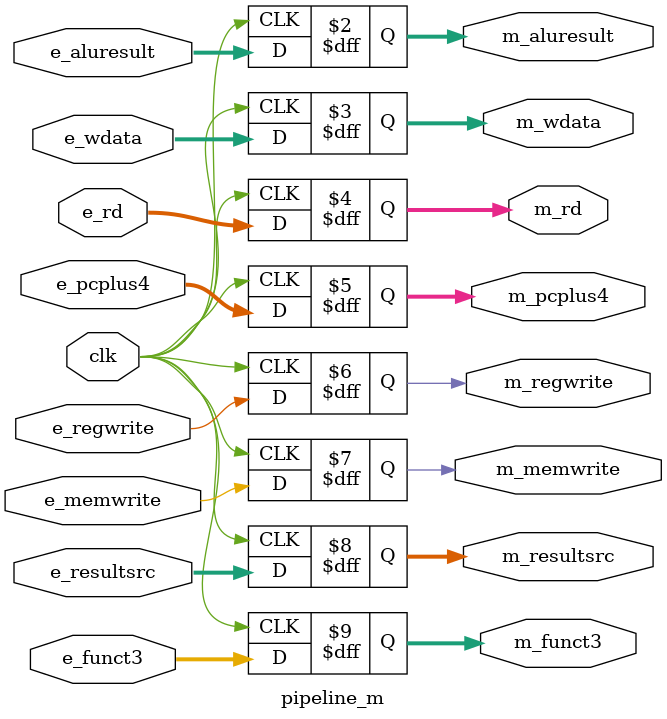
<source format=sv>
module pipeline_m #(
    parameter DATA_WIDTH = 32,
    parameter ADDRESS_WIDTH = 32
)(
    input logic clk,       //Clock Signal
    input logic [2:0] e_funct3,
    input logic [DATA_WIDTH-1:0] e_aluresult,   //execute stage ALU Result
    input logic [DATA_WIDTH-1:0] e_wdata,   //e_stage write data
    input logic [4:0] e_rd,       //e_stage write/destination register address
    input logic [ADDRESS_WIDTH-1:0] e_pcplus4,
    input logic e_regwrite, e_memwrite,
    input logic [1:0] e_resultsrc,  
    output logic [DATA_WIDTH-1:0] m_aluresult,   
    output logic [DATA_WIDTH-1:0] m_wdata,   
    output logic [4:0] m_rd,       
    output logic [ADDRESS_WIDTH-1:0] m_pcplus4,  
    output logic m_regwrite, m_memwrite,
    output logic [1:0] m_resultsrc,         
    output logic [2:0] m_funct3 
);

always_ff @ (posedge clk) begin
    m_aluresult <= e_aluresult;
    m_wdata     <= e_wdata;
    m_rd        <= e_rd;
    m_pcplus4   <= e_pcplus4;
    m_regwrite  <= e_regwrite;
    m_memwrite  <= e_memwrite;
    m_resultsrc <= e_resultsrc;
    m_funct3  <= e_funct3;
end

endmodule

</source>
